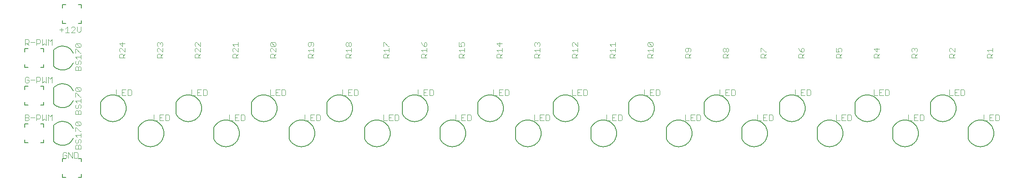
<source format=gto>
G75*
G70*
%OFA0B0*%
%FSLAX24Y24*%
%IPPOS*%
%LPD*%
%AMOC8*
5,1,8,0,0,1.08239X$1,22.5*
%
%ADD10C,0.0040*%
%ADD11C,0.0050*%
%ADD12C,0.0060*%
D10*
X006780Y002222D02*
X006856Y002146D01*
X007010Y002146D01*
X007086Y002222D01*
X007086Y002376D01*
X006933Y002376D01*
X007086Y002529D02*
X007010Y002606D01*
X006856Y002606D01*
X006780Y002529D01*
X006780Y002222D01*
X007240Y002146D02*
X007240Y002606D01*
X007547Y002146D01*
X007547Y002606D01*
X007700Y002606D02*
X007930Y002606D01*
X008007Y002529D01*
X008007Y002222D01*
X007930Y002146D01*
X007700Y002146D01*
X007700Y002606D01*
X007779Y002896D02*
X007779Y003126D01*
X007856Y003203D01*
X007933Y003203D01*
X008009Y003126D01*
X008009Y002896D01*
X007779Y002896D02*
X008240Y002896D01*
X008240Y003126D01*
X008163Y003203D01*
X008086Y003203D01*
X008009Y003126D01*
X007933Y003356D02*
X008009Y003433D01*
X008009Y003586D01*
X008086Y003663D01*
X008163Y003663D01*
X008240Y003586D01*
X008240Y003433D01*
X008163Y003356D01*
X007933Y003356D02*
X007856Y003356D01*
X007779Y003433D01*
X007779Y003586D01*
X007856Y003663D01*
X007933Y003816D02*
X007779Y003970D01*
X008240Y003970D01*
X008240Y004123D02*
X008240Y003816D01*
X008240Y004277D02*
X008163Y004277D01*
X007856Y004584D01*
X007779Y004584D01*
X007779Y004277D01*
X007856Y004737D02*
X007779Y004814D01*
X007779Y004967D01*
X007856Y005044D01*
X008163Y004737D01*
X008240Y004814D01*
X008240Y004967D01*
X008163Y005044D01*
X007856Y005044D01*
X007856Y004737D02*
X008163Y004737D01*
X005928Y005146D02*
X005928Y005606D01*
X005775Y005453D01*
X005621Y005606D01*
X005621Y005146D01*
X005468Y005146D02*
X005468Y005606D01*
X005161Y005606D02*
X005161Y005146D01*
X005314Y005299D01*
X005468Y005146D01*
X005007Y005376D02*
X004930Y005299D01*
X004700Y005299D01*
X004700Y005146D02*
X004700Y005606D01*
X004930Y005606D01*
X005007Y005529D01*
X005007Y005376D01*
X004547Y005376D02*
X004240Y005376D01*
X004086Y005453D02*
X004086Y005529D01*
X004010Y005606D01*
X003780Y005606D01*
X003780Y005146D01*
X004010Y005146D01*
X004086Y005222D01*
X004086Y005299D01*
X004010Y005376D01*
X003780Y005376D01*
X004010Y005376D02*
X004086Y005453D01*
X007779Y005646D02*
X007779Y005876D01*
X007856Y005953D01*
X007933Y005953D01*
X008009Y005876D01*
X008009Y005646D01*
X008009Y005876D02*
X008086Y005953D01*
X008163Y005953D01*
X008240Y005876D01*
X008240Y005646D01*
X007779Y005646D01*
X007856Y006106D02*
X007933Y006106D01*
X008009Y006183D01*
X008009Y006336D01*
X008086Y006413D01*
X008163Y006413D01*
X008240Y006336D01*
X008240Y006183D01*
X008163Y006106D01*
X007856Y006106D02*
X007779Y006183D01*
X007779Y006336D01*
X007856Y006413D01*
X007933Y006566D02*
X007779Y006720D01*
X008240Y006720D01*
X008240Y006873D02*
X008240Y006566D01*
X008240Y007027D02*
X008163Y007027D01*
X007856Y007334D01*
X007779Y007334D01*
X007779Y007027D01*
X007856Y007487D02*
X007779Y007564D01*
X007779Y007717D01*
X007856Y007794D01*
X008163Y007487D01*
X008240Y007564D01*
X008240Y007717D01*
X008163Y007794D01*
X007856Y007794D01*
X007856Y007487D02*
X008163Y007487D01*
X005928Y008146D02*
X005928Y008606D01*
X005775Y008453D01*
X005621Y008606D01*
X005621Y008146D01*
X005468Y008146D02*
X005468Y008606D01*
X005161Y008606D02*
X005161Y008146D01*
X005314Y008299D01*
X005468Y008146D01*
X005007Y008376D02*
X004930Y008299D01*
X004700Y008299D01*
X004700Y008146D02*
X004700Y008606D01*
X004930Y008606D01*
X005007Y008529D01*
X005007Y008376D01*
X004547Y008376D02*
X004240Y008376D01*
X004086Y008376D02*
X004086Y008222D01*
X004010Y008146D01*
X003856Y008146D01*
X003780Y008222D01*
X003780Y008529D01*
X003856Y008606D01*
X004010Y008606D01*
X004086Y008529D01*
X004086Y008376D02*
X003933Y008376D01*
X007779Y009146D02*
X007779Y009376D01*
X007856Y009453D01*
X007933Y009453D01*
X008009Y009376D01*
X008009Y009146D01*
X008009Y009376D02*
X008086Y009453D01*
X008163Y009453D01*
X008240Y009376D01*
X008240Y009146D01*
X007779Y009146D01*
X007856Y009606D02*
X007933Y009606D01*
X008009Y009683D01*
X008009Y009836D01*
X008086Y009913D01*
X008163Y009913D01*
X008240Y009836D01*
X008240Y009683D01*
X008163Y009606D01*
X007856Y009606D02*
X007779Y009683D01*
X007779Y009836D01*
X007856Y009913D01*
X007933Y010066D02*
X007779Y010220D01*
X008240Y010220D01*
X008240Y010373D02*
X008240Y010066D01*
X008240Y010527D02*
X008163Y010527D01*
X007856Y010834D01*
X007779Y010834D01*
X007779Y010527D01*
X007856Y010987D02*
X007779Y011064D01*
X007779Y011217D01*
X007856Y011294D01*
X008163Y010987D01*
X008240Y011064D01*
X008240Y011217D01*
X008163Y011294D01*
X007856Y011294D01*
X007856Y010987D02*
X008163Y010987D01*
X005928Y011146D02*
X005928Y011606D01*
X005775Y011453D01*
X005621Y011606D01*
X005621Y011146D01*
X005621Y011606D01*
X005775Y011453D01*
X005928Y011606D01*
X005928Y011146D01*
X005468Y011146D02*
X005314Y011299D01*
X005161Y011146D01*
X005161Y011606D01*
X005161Y011146D01*
X005314Y011299D01*
X005468Y011146D01*
X005468Y011606D01*
X005468Y011146D01*
X005007Y011376D02*
X004930Y011299D01*
X004700Y011299D01*
X004930Y011299D01*
X005007Y011376D01*
X005007Y011529D01*
X004930Y011606D01*
X004700Y011606D01*
X004700Y011146D01*
X004700Y011606D01*
X004930Y011606D01*
X005007Y011529D01*
X005007Y011376D01*
X004547Y011376D02*
X004240Y011376D01*
X004547Y011376D01*
X004086Y011376D02*
X004086Y011529D01*
X004010Y011606D01*
X003780Y011606D01*
X003780Y011146D01*
X003780Y011606D01*
X004010Y011606D01*
X004086Y011529D01*
X004086Y011376D01*
X004010Y011299D01*
X003780Y011299D01*
X004010Y011299D01*
X004086Y011376D01*
X003933Y011299D02*
X004086Y011146D01*
X003933Y011299D01*
X006683Y012222D02*
X006683Y012529D01*
X006530Y012376D02*
X006836Y012376D01*
X006990Y012453D02*
X007143Y012606D01*
X007143Y012146D01*
X006990Y012146D02*
X007297Y012146D01*
X007450Y012146D02*
X007757Y012453D01*
X007757Y012529D01*
X007680Y012606D01*
X007527Y012606D01*
X007450Y012529D01*
X007911Y012606D02*
X007911Y012299D01*
X008064Y012146D01*
X008218Y012299D01*
X008218Y012606D01*
X007757Y012146D02*
X007450Y012146D01*
X011279Y011297D02*
X011509Y011066D01*
X011509Y011373D01*
X011279Y011297D02*
X011740Y011297D01*
X011740Y010913D02*
X011740Y010606D01*
X011433Y010913D01*
X011356Y010913D01*
X011279Y010836D01*
X011279Y010683D01*
X011356Y010606D01*
X011356Y010453D02*
X011509Y010453D01*
X011586Y010376D01*
X011586Y010146D01*
X011586Y010299D02*
X011740Y010453D01*
X011740Y010146D02*
X011279Y010146D01*
X011279Y010376D01*
X011356Y010453D01*
X014279Y010376D02*
X014279Y010146D01*
X014740Y010146D01*
X014586Y010146D02*
X014586Y010376D01*
X014509Y010453D01*
X014356Y010453D01*
X014279Y010376D01*
X014356Y010606D02*
X014279Y010683D01*
X014279Y010836D01*
X014356Y010913D01*
X014433Y010913D01*
X014740Y010606D01*
X014740Y010913D01*
X014663Y011066D02*
X014740Y011143D01*
X014740Y011297D01*
X014663Y011373D01*
X014586Y011373D01*
X014509Y011297D01*
X014509Y011220D01*
X014509Y011297D02*
X014433Y011373D01*
X014356Y011373D01*
X014279Y011297D01*
X014279Y011143D01*
X014356Y011066D01*
X017279Y011143D02*
X017356Y011066D01*
X017279Y011143D02*
X017279Y011297D01*
X017356Y011373D01*
X017433Y011373D01*
X017740Y011066D01*
X017740Y011373D01*
X017740Y010913D02*
X017740Y010606D01*
X017433Y010913D01*
X017356Y010913D01*
X017279Y010836D01*
X017279Y010683D01*
X017356Y010606D01*
X017356Y010453D02*
X017509Y010453D01*
X017586Y010376D01*
X017586Y010146D01*
X017586Y010299D02*
X017740Y010453D01*
X017740Y010146D02*
X017279Y010146D01*
X017279Y010376D01*
X017356Y010453D01*
X014740Y010453D02*
X014586Y010299D01*
X020279Y010376D02*
X020279Y010146D01*
X020740Y010146D01*
X020586Y010146D02*
X020586Y010376D01*
X020509Y010453D01*
X020356Y010453D01*
X020279Y010376D01*
X020356Y010606D02*
X020279Y010683D01*
X020279Y010836D01*
X020356Y010913D01*
X020433Y010913D01*
X020740Y010606D01*
X020740Y010913D01*
X020740Y011066D02*
X020740Y011373D01*
X020740Y011220D02*
X020279Y011220D01*
X020433Y011066D01*
X023279Y011143D02*
X023279Y011297D01*
X023356Y011373D01*
X023663Y011066D01*
X023740Y011143D01*
X023740Y011297D01*
X023663Y011373D01*
X023356Y011373D01*
X023279Y011143D02*
X023356Y011066D01*
X023663Y011066D01*
X023740Y010913D02*
X023740Y010606D01*
X023433Y010913D01*
X023356Y010913D01*
X023279Y010836D01*
X023279Y010683D01*
X023356Y010606D01*
X023356Y010453D02*
X023509Y010453D01*
X023586Y010376D01*
X023586Y010146D01*
X023586Y010299D02*
X023740Y010453D01*
X023740Y010146D02*
X023279Y010146D01*
X023279Y010376D01*
X023356Y010453D01*
X020740Y010453D02*
X020586Y010299D01*
X026279Y010376D02*
X026279Y010146D01*
X026740Y010146D01*
X026586Y010146D02*
X026586Y010376D01*
X026509Y010453D01*
X026356Y010453D01*
X026279Y010376D01*
X026433Y010606D02*
X026279Y010759D01*
X026740Y010759D01*
X026740Y010606D02*
X026740Y010913D01*
X026663Y011066D02*
X026740Y011143D01*
X026740Y011297D01*
X026663Y011373D01*
X026356Y011373D01*
X026279Y011297D01*
X026279Y011143D01*
X026356Y011066D01*
X026433Y011066D01*
X026509Y011143D01*
X026509Y011373D01*
X029279Y011297D02*
X029279Y011143D01*
X029356Y011066D01*
X029433Y011066D01*
X029509Y011143D01*
X029509Y011297D01*
X029586Y011373D01*
X029663Y011373D01*
X029740Y011297D01*
X029740Y011143D01*
X029663Y011066D01*
X029586Y011066D01*
X029509Y011143D01*
X029509Y011297D02*
X029433Y011373D01*
X029356Y011373D01*
X029279Y011297D01*
X029740Y010913D02*
X029740Y010606D01*
X029740Y010759D02*
X029279Y010759D01*
X029433Y010606D01*
X029509Y010453D02*
X029586Y010376D01*
X029586Y010146D01*
X029586Y010299D02*
X029740Y010453D01*
X029509Y010453D02*
X029356Y010453D01*
X029279Y010376D01*
X029279Y010146D01*
X029740Y010146D01*
X032279Y010146D02*
X032279Y010376D01*
X032356Y010453D01*
X032509Y010453D01*
X032586Y010376D01*
X032586Y010146D01*
X032586Y010299D02*
X032740Y010453D01*
X032740Y010606D02*
X032740Y010913D01*
X032740Y011066D02*
X032663Y011066D01*
X032356Y011373D01*
X032279Y011373D01*
X032279Y011066D01*
X032279Y010759D02*
X032740Y010759D01*
X032433Y010606D02*
X032279Y010759D01*
X032279Y010146D02*
X032740Y010146D01*
X035279Y010146D02*
X035279Y010376D01*
X035356Y010453D01*
X035509Y010453D01*
X035586Y010376D01*
X035586Y010146D01*
X035586Y010299D02*
X035740Y010453D01*
X035740Y010606D02*
X035740Y010913D01*
X035740Y010759D02*
X035279Y010759D01*
X035433Y010606D01*
X035279Y010146D02*
X035740Y010146D01*
X038279Y010146D02*
X038279Y010376D01*
X038356Y010453D01*
X038509Y010453D01*
X038586Y010376D01*
X038586Y010146D01*
X038586Y010299D02*
X038740Y010453D01*
X038740Y010606D02*
X038740Y010913D01*
X038740Y010759D02*
X038279Y010759D01*
X038433Y010606D01*
X038279Y010146D02*
X038740Y010146D01*
X041279Y010146D02*
X041279Y010376D01*
X041356Y010453D01*
X041509Y010453D01*
X041586Y010376D01*
X041586Y010146D01*
X041586Y010299D02*
X041740Y010453D01*
X041740Y010606D02*
X041740Y010913D01*
X041740Y010759D02*
X041279Y010759D01*
X041433Y010606D01*
X041279Y010146D02*
X041740Y010146D01*
X044279Y010146D02*
X044279Y010376D01*
X044356Y010453D01*
X044509Y010453D01*
X044586Y010376D01*
X044586Y010146D01*
X044586Y010299D02*
X044740Y010453D01*
X044740Y010606D02*
X044740Y010913D01*
X044740Y010759D02*
X044279Y010759D01*
X044433Y010606D01*
X044279Y010146D02*
X044740Y010146D01*
X047279Y010146D02*
X047279Y010376D01*
X047356Y010453D01*
X047509Y010453D01*
X047586Y010376D01*
X047586Y010146D01*
X047586Y010299D02*
X047740Y010453D01*
X047740Y010606D02*
X047740Y010913D01*
X047740Y011066D02*
X047433Y011373D01*
X047356Y011373D01*
X047279Y011297D01*
X047279Y011143D01*
X047356Y011066D01*
X047740Y011066D02*
X047740Y011373D01*
X047740Y010759D02*
X047279Y010759D01*
X047433Y010606D01*
X047279Y010146D02*
X047740Y010146D01*
X050279Y010146D02*
X050279Y010376D01*
X050356Y010453D01*
X050509Y010453D01*
X050586Y010376D01*
X050586Y010146D01*
X050586Y010299D02*
X050740Y010453D01*
X050740Y010606D02*
X050740Y010913D01*
X050740Y011066D02*
X050740Y011373D01*
X050740Y011220D02*
X050279Y011220D01*
X050433Y011066D01*
X050279Y010759D02*
X050740Y010759D01*
X050433Y010606D02*
X050279Y010759D01*
X050279Y010146D02*
X050740Y010146D01*
X053279Y010146D02*
X053279Y010376D01*
X053356Y010453D01*
X053509Y010453D01*
X053586Y010376D01*
X053586Y010146D01*
X053586Y010299D02*
X053740Y010453D01*
X053740Y010606D02*
X053740Y010913D01*
X053740Y010759D02*
X053279Y010759D01*
X053433Y010606D01*
X053279Y010146D02*
X053740Y010146D01*
X056279Y010146D02*
X056279Y010376D01*
X056356Y010453D01*
X056509Y010453D01*
X056586Y010376D01*
X056586Y010146D01*
X056586Y010299D02*
X056740Y010453D01*
X056663Y010606D02*
X056740Y010683D01*
X056740Y010836D01*
X056663Y010913D01*
X056356Y010913D01*
X056279Y010836D01*
X056279Y010683D01*
X056356Y010606D01*
X056433Y010606D01*
X056509Y010683D01*
X056509Y010913D01*
X059279Y010836D02*
X059356Y010913D01*
X059433Y010913D01*
X059509Y010836D01*
X059509Y010683D01*
X059433Y010606D01*
X059356Y010606D01*
X059279Y010683D01*
X059279Y010836D01*
X059509Y010836D02*
X059586Y010913D01*
X059663Y010913D01*
X059740Y010836D01*
X059740Y010683D01*
X059663Y010606D01*
X059586Y010606D01*
X059509Y010683D01*
X059509Y010453D02*
X059356Y010453D01*
X059279Y010376D01*
X059279Y010146D01*
X059740Y010146D01*
X059586Y010146D02*
X059586Y010376D01*
X059509Y010453D01*
X059586Y010299D02*
X059740Y010453D01*
X062279Y010376D02*
X062279Y010146D01*
X062740Y010146D01*
X062586Y010146D02*
X062586Y010376D01*
X062509Y010453D01*
X062356Y010453D01*
X062279Y010376D01*
X062279Y010606D02*
X062279Y010913D01*
X062356Y010913D01*
X062663Y010606D01*
X062740Y010606D01*
X062740Y010453D02*
X062586Y010299D01*
X065279Y010376D02*
X065279Y010146D01*
X065740Y010146D01*
X065586Y010146D02*
X065586Y010376D01*
X065509Y010453D01*
X065356Y010453D01*
X065279Y010376D01*
X065586Y010299D02*
X065740Y010453D01*
X065663Y010606D02*
X065740Y010683D01*
X065740Y010836D01*
X065663Y010913D01*
X065586Y010913D01*
X065509Y010836D01*
X065509Y010606D01*
X065663Y010606D01*
X065509Y010606D02*
X065356Y010759D01*
X065279Y010913D01*
X068279Y010913D02*
X068279Y010606D01*
X068509Y010606D01*
X068433Y010759D01*
X068433Y010836D01*
X068509Y010913D01*
X068663Y010913D01*
X068740Y010836D01*
X068740Y010683D01*
X068663Y010606D01*
X068740Y010453D02*
X068586Y010299D01*
X068586Y010376D02*
X068586Y010146D01*
X068740Y010146D02*
X068279Y010146D01*
X068279Y010376D01*
X068356Y010453D01*
X068509Y010453D01*
X068586Y010376D01*
X071279Y010376D02*
X071279Y010146D01*
X071740Y010146D01*
X071586Y010146D02*
X071586Y010376D01*
X071509Y010453D01*
X071356Y010453D01*
X071279Y010376D01*
X071586Y010299D02*
X071740Y010453D01*
X071509Y010606D02*
X071509Y010913D01*
X071279Y010836D02*
X071509Y010606D01*
X071740Y010836D02*
X071279Y010836D01*
X074279Y010836D02*
X074356Y010913D01*
X074433Y010913D01*
X074509Y010836D01*
X074586Y010913D01*
X074663Y010913D01*
X074740Y010836D01*
X074740Y010683D01*
X074663Y010606D01*
X074740Y010453D02*
X074586Y010299D01*
X074586Y010376D02*
X074586Y010146D01*
X074740Y010146D02*
X074279Y010146D01*
X074279Y010376D01*
X074356Y010453D01*
X074509Y010453D01*
X074586Y010376D01*
X074356Y010606D02*
X074279Y010683D01*
X074279Y010836D01*
X074509Y010836D02*
X074509Y010759D01*
X077279Y010683D02*
X077356Y010606D01*
X077279Y010683D02*
X077279Y010836D01*
X077356Y010913D01*
X077433Y010913D01*
X077740Y010606D01*
X077740Y010913D01*
X077740Y010453D02*
X077586Y010299D01*
X077586Y010376D02*
X077586Y010146D01*
X077740Y010146D02*
X077279Y010146D01*
X077279Y010376D01*
X077356Y010453D01*
X077509Y010453D01*
X077586Y010376D01*
X080279Y010376D02*
X080279Y010146D01*
X080740Y010146D01*
X080586Y010146D02*
X080586Y010376D01*
X080509Y010453D01*
X080356Y010453D01*
X080279Y010376D01*
X080433Y010606D02*
X080279Y010759D01*
X080740Y010759D01*
X080740Y010606D02*
X080740Y010913D01*
X080740Y010453D02*
X080586Y010299D01*
X078430Y007606D02*
X078200Y007606D01*
X078200Y007146D01*
X078430Y007146D01*
X078507Y007222D01*
X078507Y007529D01*
X078430Y007606D01*
X078047Y007606D02*
X077740Y007606D01*
X077740Y007146D01*
X078047Y007146D01*
X077586Y007146D02*
X077280Y007146D01*
X077280Y007606D01*
X077740Y007376D02*
X077893Y007376D01*
X072507Y007222D02*
X072507Y007529D01*
X072430Y007606D01*
X072200Y007606D01*
X072200Y007146D01*
X072430Y007146D01*
X072507Y007222D01*
X072047Y007146D02*
X071740Y007146D01*
X071740Y007606D01*
X072047Y007606D01*
X071893Y007376D02*
X071740Y007376D01*
X071280Y007606D02*
X071280Y007146D01*
X071586Y007146D01*
X066257Y007222D02*
X066180Y007146D01*
X065950Y007146D01*
X065950Y007606D01*
X066180Y007606D01*
X066257Y007529D01*
X066257Y007222D01*
X065797Y007146D02*
X065490Y007146D01*
X065490Y007606D01*
X065797Y007606D01*
X065643Y007376D02*
X065490Y007376D01*
X065030Y007606D02*
X065030Y007146D01*
X065336Y007146D01*
X060257Y007222D02*
X060257Y007529D01*
X060180Y007606D01*
X059950Y007606D01*
X059950Y007146D01*
X060180Y007146D01*
X060257Y007222D01*
X059797Y007146D02*
X059490Y007146D01*
X059490Y007606D01*
X059797Y007606D01*
X059643Y007376D02*
X059490Y007376D01*
X059030Y007606D02*
X059030Y007146D01*
X059336Y007146D01*
X054257Y007222D02*
X054180Y007146D01*
X053950Y007146D01*
X053950Y007606D01*
X054180Y007606D01*
X054257Y007529D01*
X054257Y007222D01*
X053797Y007146D02*
X053490Y007146D01*
X053490Y007606D01*
X053797Y007606D01*
X053643Y007376D02*
X053490Y007376D01*
X053030Y007606D02*
X053030Y007146D01*
X053336Y007146D01*
X048507Y007222D02*
X048430Y007146D01*
X048200Y007146D01*
X048200Y007606D01*
X048430Y007606D01*
X048507Y007529D01*
X048507Y007222D01*
X048047Y007146D02*
X047740Y007146D01*
X047740Y007606D01*
X048047Y007606D01*
X047893Y007376D02*
X047740Y007376D01*
X047280Y007606D02*
X047280Y007146D01*
X047586Y007146D01*
X042257Y007222D02*
X042180Y007146D01*
X041950Y007146D01*
X041950Y007606D01*
X042180Y007606D01*
X042257Y007529D01*
X042257Y007222D01*
X041797Y007146D02*
X041490Y007146D01*
X041490Y007606D01*
X041797Y007606D01*
X041643Y007376D02*
X041490Y007376D01*
X041030Y007606D02*
X041030Y007146D01*
X041336Y007146D01*
X036257Y007222D02*
X036180Y007146D01*
X035950Y007146D01*
X035950Y007606D01*
X036180Y007606D01*
X036257Y007529D01*
X036257Y007222D01*
X035797Y007146D02*
X035490Y007146D01*
X035490Y007606D01*
X035797Y007606D01*
X035643Y007376D02*
X035490Y007376D01*
X035030Y007606D02*
X035030Y007146D01*
X035336Y007146D01*
X030257Y007222D02*
X030180Y007146D01*
X029950Y007146D01*
X029950Y007606D01*
X030180Y007606D01*
X030257Y007529D01*
X030257Y007222D01*
X029797Y007146D02*
X029490Y007146D01*
X029490Y007606D01*
X029797Y007606D01*
X029643Y007376D02*
X029490Y007376D01*
X029030Y007606D02*
X029030Y007146D01*
X029336Y007146D01*
X024507Y007222D02*
X024430Y007146D01*
X024200Y007146D01*
X024200Y007606D01*
X024430Y007606D01*
X024507Y007529D01*
X024507Y007222D01*
X024047Y007146D02*
X023740Y007146D01*
X023740Y007606D01*
X024047Y007606D01*
X023893Y007376D02*
X023740Y007376D01*
X023280Y007606D02*
X023280Y007146D01*
X023586Y007146D01*
X018257Y007222D02*
X018180Y007146D01*
X017950Y007146D01*
X017950Y007606D01*
X018180Y007606D01*
X018257Y007529D01*
X018257Y007222D01*
X017797Y007146D02*
X017490Y007146D01*
X017490Y007606D01*
X017797Y007606D01*
X017643Y007376D02*
X017490Y007376D01*
X017030Y007606D02*
X017030Y007146D01*
X017336Y007146D01*
X012257Y007222D02*
X012180Y007146D01*
X011950Y007146D01*
X011950Y007606D01*
X012180Y007606D01*
X012257Y007529D01*
X012257Y007222D01*
X011797Y007146D02*
X011490Y007146D01*
X011490Y007606D01*
X011797Y007606D01*
X011643Y007376D02*
X011490Y007376D01*
X011030Y007606D02*
X011030Y007146D01*
X011336Y007146D01*
X014030Y005606D02*
X014030Y005146D01*
X014336Y005146D01*
X014490Y005146D02*
X014797Y005146D01*
X014950Y005146D02*
X015180Y005146D01*
X015257Y005222D01*
X015257Y005529D01*
X015180Y005606D01*
X014950Y005606D01*
X014950Y005146D01*
X014490Y005146D02*
X014490Y005606D01*
X014797Y005606D01*
X014643Y005376D02*
X014490Y005376D01*
X020030Y005606D02*
X020030Y005146D01*
X020336Y005146D01*
X020490Y005146D02*
X020797Y005146D01*
X020950Y005146D02*
X021180Y005146D01*
X021257Y005222D01*
X021257Y005529D01*
X021180Y005606D01*
X020950Y005606D01*
X020950Y005146D01*
X020490Y005146D02*
X020490Y005606D01*
X020797Y005606D01*
X020643Y005376D02*
X020490Y005376D01*
X026030Y005606D02*
X026030Y005146D01*
X026336Y005146D01*
X026490Y005146D02*
X026797Y005146D01*
X026950Y005146D02*
X027180Y005146D01*
X027257Y005222D01*
X027257Y005529D01*
X027180Y005606D01*
X026950Y005606D01*
X026950Y005146D01*
X026490Y005146D02*
X026490Y005606D01*
X026797Y005606D01*
X026643Y005376D02*
X026490Y005376D01*
X032280Y005606D02*
X032280Y005146D01*
X032586Y005146D01*
X032740Y005146D02*
X033047Y005146D01*
X033200Y005146D02*
X033430Y005146D01*
X033507Y005222D01*
X033507Y005529D01*
X033430Y005606D01*
X033200Y005606D01*
X033200Y005146D01*
X032740Y005146D02*
X032740Y005606D01*
X033047Y005606D01*
X032893Y005376D02*
X032740Y005376D01*
X038030Y005606D02*
X038030Y005146D01*
X038336Y005146D01*
X038490Y005146D02*
X038797Y005146D01*
X038950Y005146D02*
X039180Y005146D01*
X039257Y005222D01*
X039257Y005529D01*
X039180Y005606D01*
X038950Y005606D01*
X038950Y005146D01*
X038490Y005146D02*
X038490Y005606D01*
X038797Y005606D01*
X038643Y005376D02*
X038490Y005376D01*
X044280Y005606D02*
X044280Y005146D01*
X044586Y005146D01*
X044740Y005146D02*
X045047Y005146D01*
X045200Y005146D02*
X045430Y005146D01*
X045507Y005222D01*
X045507Y005529D01*
X045430Y005606D01*
X045200Y005606D01*
X045200Y005146D01*
X044740Y005146D02*
X044740Y005606D01*
X045047Y005606D01*
X044893Y005376D02*
X044740Y005376D01*
X050030Y005606D02*
X050030Y005146D01*
X050336Y005146D01*
X050490Y005146D02*
X050797Y005146D01*
X050950Y005146D02*
X051180Y005146D01*
X051257Y005222D01*
X051257Y005529D01*
X051180Y005606D01*
X050950Y005606D01*
X050950Y005146D01*
X050490Y005146D02*
X050490Y005606D01*
X050797Y005606D01*
X050643Y005376D02*
X050490Y005376D01*
X056280Y005606D02*
X056280Y005146D01*
X056586Y005146D01*
X056740Y005146D02*
X057047Y005146D01*
X057200Y005146D02*
X057430Y005146D01*
X057507Y005222D01*
X057507Y005529D01*
X057430Y005606D01*
X057200Y005606D01*
X057200Y005146D01*
X056740Y005146D02*
X056740Y005606D01*
X057047Y005606D01*
X056893Y005376D02*
X056740Y005376D01*
X062030Y005606D02*
X062030Y005146D01*
X062336Y005146D01*
X062490Y005146D02*
X062797Y005146D01*
X062950Y005146D02*
X063180Y005146D01*
X063257Y005222D01*
X063257Y005529D01*
X063180Y005606D01*
X062950Y005606D01*
X062950Y005146D01*
X062490Y005146D02*
X062490Y005606D01*
X062797Y005606D01*
X062643Y005376D02*
X062490Y005376D01*
X068280Y005606D02*
X068280Y005146D01*
X068586Y005146D01*
X068740Y005146D02*
X069047Y005146D01*
X069200Y005146D02*
X069430Y005146D01*
X069507Y005222D01*
X069507Y005529D01*
X069430Y005606D01*
X069200Y005606D01*
X069200Y005146D01*
X068740Y005146D02*
X068740Y005606D01*
X069047Y005606D01*
X068893Y005376D02*
X068740Y005376D01*
X074030Y005606D02*
X074030Y005146D01*
X074336Y005146D01*
X074490Y005146D02*
X074797Y005146D01*
X074950Y005146D02*
X075180Y005146D01*
X075257Y005222D01*
X075257Y005529D01*
X075180Y005606D01*
X074950Y005606D01*
X074950Y005146D01*
X074490Y005146D02*
X074490Y005606D01*
X074797Y005606D01*
X074643Y005376D02*
X074490Y005376D01*
X080030Y005606D02*
X080030Y005146D01*
X080336Y005146D01*
X080490Y005146D02*
X080797Y005146D01*
X080950Y005146D02*
X081180Y005146D01*
X081257Y005222D01*
X081257Y005529D01*
X081180Y005606D01*
X080950Y005606D01*
X080950Y005146D01*
X080490Y005146D02*
X080490Y005606D01*
X080797Y005606D01*
X080643Y005376D02*
X080490Y005376D01*
X056740Y010146D02*
X056279Y010146D01*
X053740Y011143D02*
X053663Y011066D01*
X053356Y011373D01*
X053663Y011373D01*
X053740Y011297D01*
X053740Y011143D01*
X053663Y011066D02*
X053356Y011066D01*
X053279Y011143D01*
X053279Y011297D01*
X053356Y011373D01*
X044740Y011297D02*
X044740Y011143D01*
X044663Y011066D01*
X044509Y011220D02*
X044509Y011297D01*
X044586Y011373D01*
X044663Y011373D01*
X044740Y011297D01*
X044509Y011297D02*
X044433Y011373D01*
X044356Y011373D01*
X044279Y011297D01*
X044279Y011143D01*
X044356Y011066D01*
X041740Y011297D02*
X041279Y011297D01*
X041509Y011066D01*
X041509Y011373D01*
X038740Y011297D02*
X038740Y011143D01*
X038663Y011066D01*
X038509Y011066D02*
X038433Y011220D01*
X038433Y011297D01*
X038509Y011373D01*
X038663Y011373D01*
X038740Y011297D01*
X038509Y011066D02*
X038279Y011066D01*
X038279Y011373D01*
X035740Y011297D02*
X035740Y011143D01*
X035663Y011066D01*
X035509Y011066D01*
X035509Y011297D01*
X035586Y011373D01*
X035663Y011373D01*
X035740Y011297D01*
X035509Y011066D02*
X035356Y011220D01*
X035279Y011373D01*
X026740Y010453D02*
X026586Y010299D01*
D11*
X027775Y006519D02*
X027775Y005732D01*
X027776Y005732D02*
X027802Y005673D01*
X027831Y005616D01*
X027863Y005561D01*
X027899Y005507D01*
X027938Y005456D01*
X027981Y005408D01*
X028026Y005362D01*
X028073Y005319D01*
X028123Y005278D01*
X028176Y005241D01*
X028231Y005208D01*
X028287Y005177D01*
X028346Y005150D01*
X028406Y005127D01*
X028467Y005107D01*
X028529Y005091D01*
X028593Y005079D01*
X028656Y005071D01*
X028720Y005067D01*
X028785Y005066D01*
X028849Y005070D01*
X028913Y005077D01*
X028976Y005088D01*
X029039Y005103D01*
X029100Y005122D01*
X029161Y005145D01*
X029219Y005171D01*
X029276Y005200D01*
X029332Y005233D01*
X029385Y005270D01*
X029435Y005309D01*
X029484Y005352D01*
X029529Y005397D01*
X029572Y005445D01*
X029612Y005495D01*
X029649Y005548D01*
X029682Y005603D01*
X029712Y005660D01*
X029739Y005719D01*
X029762Y005779D01*
X029781Y005840D01*
X029796Y005903D01*
X029808Y005966D01*
X029816Y006030D01*
X029820Y006094D01*
X029820Y006158D01*
X029816Y006222D01*
X029808Y006286D01*
X029796Y006349D01*
X029781Y006412D01*
X029762Y006473D01*
X029739Y006533D01*
X029712Y006592D01*
X029682Y006649D01*
X029649Y006704D01*
X029612Y006757D01*
X029572Y006807D01*
X029529Y006855D01*
X029484Y006900D01*
X029435Y006943D01*
X029385Y006982D01*
X029332Y007019D01*
X029276Y007052D01*
X029219Y007081D01*
X029161Y007107D01*
X029100Y007130D01*
X029039Y007149D01*
X028976Y007164D01*
X028913Y007175D01*
X028849Y007182D01*
X028785Y007186D01*
X028720Y007185D01*
X028656Y007181D01*
X028593Y007173D01*
X028529Y007161D01*
X028467Y007145D01*
X028406Y007125D01*
X028346Y007102D01*
X028287Y007075D01*
X028231Y007044D01*
X028176Y007011D01*
X028123Y006974D01*
X028073Y006933D01*
X028026Y006890D01*
X027981Y006844D01*
X027938Y006796D01*
X027899Y006745D01*
X027863Y006691D01*
X027831Y006636D01*
X027802Y006579D01*
X027776Y006520D01*
X021776Y006520D02*
X021802Y006579D01*
X021831Y006636D01*
X021863Y006691D01*
X021899Y006745D01*
X021938Y006796D01*
X021981Y006844D01*
X022026Y006890D01*
X022073Y006933D01*
X022123Y006974D01*
X022176Y007011D01*
X022231Y007044D01*
X022287Y007075D01*
X022346Y007102D01*
X022406Y007125D01*
X022467Y007145D01*
X022529Y007161D01*
X022593Y007173D01*
X022656Y007181D01*
X022720Y007185D01*
X022785Y007186D01*
X022849Y007182D01*
X022913Y007175D01*
X022976Y007164D01*
X023039Y007149D01*
X023100Y007130D01*
X023161Y007107D01*
X023219Y007081D01*
X023276Y007052D01*
X023332Y007019D01*
X023385Y006982D01*
X023435Y006943D01*
X023484Y006900D01*
X023529Y006855D01*
X023572Y006807D01*
X023612Y006757D01*
X023649Y006704D01*
X023682Y006649D01*
X023712Y006592D01*
X023739Y006533D01*
X023762Y006473D01*
X023781Y006412D01*
X023796Y006349D01*
X023808Y006286D01*
X023816Y006222D01*
X023820Y006158D01*
X023820Y006094D01*
X023816Y006030D01*
X023808Y005966D01*
X023796Y005903D01*
X023781Y005840D01*
X023762Y005779D01*
X023739Y005719D01*
X023712Y005660D01*
X023682Y005603D01*
X023649Y005548D01*
X023612Y005495D01*
X023572Y005445D01*
X023529Y005397D01*
X023484Y005352D01*
X023435Y005309D01*
X023385Y005270D01*
X023332Y005233D01*
X023276Y005200D01*
X023219Y005171D01*
X023161Y005145D01*
X023100Y005122D01*
X023039Y005103D01*
X022976Y005088D01*
X022913Y005077D01*
X022849Y005070D01*
X022785Y005066D01*
X022720Y005067D01*
X022656Y005071D01*
X022593Y005079D01*
X022529Y005091D01*
X022467Y005107D01*
X022406Y005127D01*
X022346Y005150D01*
X022287Y005177D01*
X022231Y005208D01*
X022176Y005241D01*
X022123Y005278D01*
X022073Y005319D01*
X022026Y005362D01*
X021981Y005408D01*
X021938Y005456D01*
X021899Y005507D01*
X021863Y005561D01*
X021831Y005616D01*
X021802Y005673D01*
X021776Y005732D01*
X021775Y005732D02*
X021775Y006519D01*
X015776Y006520D02*
X015802Y006579D01*
X015831Y006636D01*
X015863Y006691D01*
X015899Y006745D01*
X015938Y006796D01*
X015981Y006844D01*
X016026Y006890D01*
X016073Y006933D01*
X016123Y006974D01*
X016176Y007011D01*
X016231Y007044D01*
X016287Y007075D01*
X016346Y007102D01*
X016406Y007125D01*
X016467Y007145D01*
X016529Y007161D01*
X016593Y007173D01*
X016656Y007181D01*
X016720Y007185D01*
X016785Y007186D01*
X016849Y007182D01*
X016913Y007175D01*
X016976Y007164D01*
X017039Y007149D01*
X017100Y007130D01*
X017161Y007107D01*
X017219Y007081D01*
X017276Y007052D01*
X017332Y007019D01*
X017385Y006982D01*
X017435Y006943D01*
X017484Y006900D01*
X017529Y006855D01*
X017572Y006807D01*
X017612Y006757D01*
X017649Y006704D01*
X017682Y006649D01*
X017712Y006592D01*
X017739Y006533D01*
X017762Y006473D01*
X017781Y006412D01*
X017796Y006349D01*
X017808Y006286D01*
X017816Y006222D01*
X017820Y006158D01*
X017820Y006094D01*
X017816Y006030D01*
X017808Y005966D01*
X017796Y005903D01*
X017781Y005840D01*
X017762Y005779D01*
X017739Y005719D01*
X017712Y005660D01*
X017682Y005603D01*
X017649Y005548D01*
X017612Y005495D01*
X017572Y005445D01*
X017529Y005397D01*
X017484Y005352D01*
X017435Y005309D01*
X017385Y005270D01*
X017332Y005233D01*
X017276Y005200D01*
X017219Y005171D01*
X017161Y005145D01*
X017100Y005122D01*
X017039Y005103D01*
X016976Y005088D01*
X016913Y005077D01*
X016849Y005070D01*
X016785Y005066D01*
X016720Y005067D01*
X016656Y005071D01*
X016593Y005079D01*
X016529Y005091D01*
X016467Y005107D01*
X016406Y005127D01*
X016346Y005150D01*
X016287Y005177D01*
X016231Y005208D01*
X016176Y005241D01*
X016123Y005278D01*
X016073Y005319D01*
X016026Y005362D01*
X015981Y005408D01*
X015938Y005456D01*
X015899Y005507D01*
X015863Y005561D01*
X015831Y005616D01*
X015802Y005673D01*
X015776Y005732D01*
X015775Y005732D02*
X015775Y006519D01*
X009776Y006520D02*
X009802Y006579D01*
X009831Y006636D01*
X009863Y006691D01*
X009899Y006745D01*
X009938Y006796D01*
X009981Y006844D01*
X010026Y006890D01*
X010073Y006933D01*
X010123Y006974D01*
X010176Y007011D01*
X010231Y007044D01*
X010287Y007075D01*
X010346Y007102D01*
X010406Y007125D01*
X010467Y007145D01*
X010529Y007161D01*
X010593Y007173D01*
X010656Y007181D01*
X010720Y007185D01*
X010785Y007186D01*
X010849Y007182D01*
X010913Y007175D01*
X010976Y007164D01*
X011039Y007149D01*
X011100Y007130D01*
X011161Y007107D01*
X011219Y007081D01*
X011276Y007052D01*
X011332Y007019D01*
X011385Y006982D01*
X011435Y006943D01*
X011484Y006900D01*
X011529Y006855D01*
X011572Y006807D01*
X011612Y006757D01*
X011649Y006704D01*
X011682Y006649D01*
X011712Y006592D01*
X011739Y006533D01*
X011762Y006473D01*
X011781Y006412D01*
X011796Y006349D01*
X011808Y006286D01*
X011816Y006222D01*
X011820Y006158D01*
X011820Y006094D01*
X011816Y006030D01*
X011808Y005966D01*
X011796Y005903D01*
X011781Y005840D01*
X011762Y005779D01*
X011739Y005719D01*
X011712Y005660D01*
X011682Y005603D01*
X011649Y005548D01*
X011612Y005495D01*
X011572Y005445D01*
X011529Y005397D01*
X011484Y005352D01*
X011435Y005309D01*
X011385Y005270D01*
X011332Y005233D01*
X011276Y005200D01*
X011219Y005171D01*
X011161Y005145D01*
X011100Y005122D01*
X011039Y005103D01*
X010976Y005088D01*
X010913Y005077D01*
X010849Y005070D01*
X010785Y005066D01*
X010720Y005067D01*
X010656Y005071D01*
X010593Y005079D01*
X010529Y005091D01*
X010467Y005107D01*
X010406Y005127D01*
X010346Y005150D01*
X010287Y005177D01*
X010231Y005208D01*
X010176Y005241D01*
X010123Y005278D01*
X010073Y005319D01*
X010026Y005362D01*
X009981Y005408D01*
X009938Y005456D01*
X009899Y005507D01*
X009863Y005561D01*
X009831Y005616D01*
X009802Y005673D01*
X009776Y005732D01*
X009775Y005732D02*
X009775Y006519D01*
X012775Y004519D02*
X012775Y003732D01*
X012776Y003732D02*
X012802Y003673D01*
X012831Y003616D01*
X012863Y003561D01*
X012899Y003507D01*
X012938Y003456D01*
X012981Y003408D01*
X013026Y003362D01*
X013073Y003319D01*
X013123Y003278D01*
X013176Y003241D01*
X013231Y003208D01*
X013287Y003177D01*
X013346Y003150D01*
X013406Y003127D01*
X013467Y003107D01*
X013529Y003091D01*
X013593Y003079D01*
X013656Y003071D01*
X013720Y003067D01*
X013785Y003066D01*
X013849Y003070D01*
X013913Y003077D01*
X013976Y003088D01*
X014039Y003103D01*
X014100Y003122D01*
X014161Y003145D01*
X014219Y003171D01*
X014276Y003200D01*
X014332Y003233D01*
X014385Y003270D01*
X014435Y003309D01*
X014484Y003352D01*
X014529Y003397D01*
X014572Y003445D01*
X014612Y003495D01*
X014649Y003548D01*
X014682Y003603D01*
X014712Y003660D01*
X014739Y003719D01*
X014762Y003779D01*
X014781Y003840D01*
X014796Y003903D01*
X014808Y003966D01*
X014816Y004030D01*
X014820Y004094D01*
X014820Y004158D01*
X014816Y004222D01*
X014808Y004286D01*
X014796Y004349D01*
X014781Y004412D01*
X014762Y004473D01*
X014739Y004533D01*
X014712Y004592D01*
X014682Y004649D01*
X014649Y004704D01*
X014612Y004757D01*
X014572Y004807D01*
X014529Y004855D01*
X014484Y004900D01*
X014435Y004943D01*
X014385Y004982D01*
X014332Y005019D01*
X014276Y005052D01*
X014219Y005081D01*
X014161Y005107D01*
X014100Y005130D01*
X014039Y005149D01*
X013976Y005164D01*
X013913Y005175D01*
X013849Y005182D01*
X013785Y005186D01*
X013720Y005185D01*
X013656Y005181D01*
X013593Y005173D01*
X013529Y005161D01*
X013467Y005145D01*
X013406Y005125D01*
X013346Y005102D01*
X013287Y005075D01*
X013231Y005044D01*
X013176Y005011D01*
X013123Y004974D01*
X013073Y004933D01*
X013026Y004890D01*
X012981Y004844D01*
X012938Y004796D01*
X012899Y004745D01*
X012863Y004691D01*
X012831Y004636D01*
X012802Y004579D01*
X012776Y004520D01*
X018775Y004519D02*
X018775Y003732D01*
X018776Y003732D02*
X018802Y003673D01*
X018831Y003616D01*
X018863Y003561D01*
X018899Y003507D01*
X018938Y003456D01*
X018981Y003408D01*
X019026Y003362D01*
X019073Y003319D01*
X019123Y003278D01*
X019176Y003241D01*
X019231Y003208D01*
X019287Y003177D01*
X019346Y003150D01*
X019406Y003127D01*
X019467Y003107D01*
X019529Y003091D01*
X019593Y003079D01*
X019656Y003071D01*
X019720Y003067D01*
X019785Y003066D01*
X019849Y003070D01*
X019913Y003077D01*
X019976Y003088D01*
X020039Y003103D01*
X020100Y003122D01*
X020161Y003145D01*
X020219Y003171D01*
X020276Y003200D01*
X020332Y003233D01*
X020385Y003270D01*
X020435Y003309D01*
X020484Y003352D01*
X020529Y003397D01*
X020572Y003445D01*
X020612Y003495D01*
X020649Y003548D01*
X020682Y003603D01*
X020712Y003660D01*
X020739Y003719D01*
X020762Y003779D01*
X020781Y003840D01*
X020796Y003903D01*
X020808Y003966D01*
X020816Y004030D01*
X020820Y004094D01*
X020820Y004158D01*
X020816Y004222D01*
X020808Y004286D01*
X020796Y004349D01*
X020781Y004412D01*
X020762Y004473D01*
X020739Y004533D01*
X020712Y004592D01*
X020682Y004649D01*
X020649Y004704D01*
X020612Y004757D01*
X020572Y004807D01*
X020529Y004855D01*
X020484Y004900D01*
X020435Y004943D01*
X020385Y004982D01*
X020332Y005019D01*
X020276Y005052D01*
X020219Y005081D01*
X020161Y005107D01*
X020100Y005130D01*
X020039Y005149D01*
X019976Y005164D01*
X019913Y005175D01*
X019849Y005182D01*
X019785Y005186D01*
X019720Y005185D01*
X019656Y005181D01*
X019593Y005173D01*
X019529Y005161D01*
X019467Y005145D01*
X019406Y005125D01*
X019346Y005102D01*
X019287Y005075D01*
X019231Y005044D01*
X019176Y005011D01*
X019123Y004974D01*
X019073Y004933D01*
X019026Y004890D01*
X018981Y004844D01*
X018938Y004796D01*
X018899Y004745D01*
X018863Y004691D01*
X018831Y004636D01*
X018802Y004579D01*
X018776Y004520D01*
X024775Y004519D02*
X024775Y003732D01*
X024776Y003732D02*
X024802Y003673D01*
X024831Y003616D01*
X024863Y003561D01*
X024899Y003507D01*
X024938Y003456D01*
X024981Y003408D01*
X025026Y003362D01*
X025073Y003319D01*
X025123Y003278D01*
X025176Y003241D01*
X025231Y003208D01*
X025287Y003177D01*
X025346Y003150D01*
X025406Y003127D01*
X025467Y003107D01*
X025529Y003091D01*
X025593Y003079D01*
X025656Y003071D01*
X025720Y003067D01*
X025785Y003066D01*
X025849Y003070D01*
X025913Y003077D01*
X025976Y003088D01*
X026039Y003103D01*
X026100Y003122D01*
X026161Y003145D01*
X026219Y003171D01*
X026276Y003200D01*
X026332Y003233D01*
X026385Y003270D01*
X026435Y003309D01*
X026484Y003352D01*
X026529Y003397D01*
X026572Y003445D01*
X026612Y003495D01*
X026649Y003548D01*
X026682Y003603D01*
X026712Y003660D01*
X026739Y003719D01*
X026762Y003779D01*
X026781Y003840D01*
X026796Y003903D01*
X026808Y003966D01*
X026816Y004030D01*
X026820Y004094D01*
X026820Y004158D01*
X026816Y004222D01*
X026808Y004286D01*
X026796Y004349D01*
X026781Y004412D01*
X026762Y004473D01*
X026739Y004533D01*
X026712Y004592D01*
X026682Y004649D01*
X026649Y004704D01*
X026612Y004757D01*
X026572Y004807D01*
X026529Y004855D01*
X026484Y004900D01*
X026435Y004943D01*
X026385Y004982D01*
X026332Y005019D01*
X026276Y005052D01*
X026219Y005081D01*
X026161Y005107D01*
X026100Y005130D01*
X026039Y005149D01*
X025976Y005164D01*
X025913Y005175D01*
X025849Y005182D01*
X025785Y005186D01*
X025720Y005185D01*
X025656Y005181D01*
X025593Y005173D01*
X025529Y005161D01*
X025467Y005145D01*
X025406Y005125D01*
X025346Y005102D01*
X025287Y005075D01*
X025231Y005044D01*
X025176Y005011D01*
X025123Y004974D01*
X025073Y004933D01*
X025026Y004890D01*
X024981Y004844D01*
X024938Y004796D01*
X024899Y004745D01*
X024863Y004691D01*
X024831Y004636D01*
X024802Y004579D01*
X024776Y004520D01*
X030775Y004519D02*
X030775Y003732D01*
X030776Y003732D02*
X030802Y003673D01*
X030831Y003616D01*
X030863Y003561D01*
X030899Y003507D01*
X030938Y003456D01*
X030981Y003408D01*
X031026Y003362D01*
X031073Y003319D01*
X031123Y003278D01*
X031176Y003241D01*
X031231Y003208D01*
X031287Y003177D01*
X031346Y003150D01*
X031406Y003127D01*
X031467Y003107D01*
X031529Y003091D01*
X031593Y003079D01*
X031656Y003071D01*
X031720Y003067D01*
X031785Y003066D01*
X031849Y003070D01*
X031913Y003077D01*
X031976Y003088D01*
X032039Y003103D01*
X032100Y003122D01*
X032161Y003145D01*
X032219Y003171D01*
X032276Y003200D01*
X032332Y003233D01*
X032385Y003270D01*
X032435Y003309D01*
X032484Y003352D01*
X032529Y003397D01*
X032572Y003445D01*
X032612Y003495D01*
X032649Y003548D01*
X032682Y003603D01*
X032712Y003660D01*
X032739Y003719D01*
X032762Y003779D01*
X032781Y003840D01*
X032796Y003903D01*
X032808Y003966D01*
X032816Y004030D01*
X032820Y004094D01*
X032820Y004158D01*
X032816Y004222D01*
X032808Y004286D01*
X032796Y004349D01*
X032781Y004412D01*
X032762Y004473D01*
X032739Y004533D01*
X032712Y004592D01*
X032682Y004649D01*
X032649Y004704D01*
X032612Y004757D01*
X032572Y004807D01*
X032529Y004855D01*
X032484Y004900D01*
X032435Y004943D01*
X032385Y004982D01*
X032332Y005019D01*
X032276Y005052D01*
X032219Y005081D01*
X032161Y005107D01*
X032100Y005130D01*
X032039Y005149D01*
X031976Y005164D01*
X031913Y005175D01*
X031849Y005182D01*
X031785Y005186D01*
X031720Y005185D01*
X031656Y005181D01*
X031593Y005173D01*
X031529Y005161D01*
X031467Y005145D01*
X031406Y005125D01*
X031346Y005102D01*
X031287Y005075D01*
X031231Y005044D01*
X031176Y005011D01*
X031123Y004974D01*
X031073Y004933D01*
X031026Y004890D01*
X030981Y004844D01*
X030938Y004796D01*
X030899Y004745D01*
X030863Y004691D01*
X030831Y004636D01*
X030802Y004579D01*
X030776Y004520D01*
X033775Y005732D02*
X033775Y006519D01*
X033776Y006520D02*
X033802Y006579D01*
X033831Y006636D01*
X033863Y006691D01*
X033899Y006745D01*
X033938Y006796D01*
X033981Y006844D01*
X034026Y006890D01*
X034073Y006933D01*
X034123Y006974D01*
X034176Y007011D01*
X034231Y007044D01*
X034287Y007075D01*
X034346Y007102D01*
X034406Y007125D01*
X034467Y007145D01*
X034529Y007161D01*
X034593Y007173D01*
X034656Y007181D01*
X034720Y007185D01*
X034785Y007186D01*
X034849Y007182D01*
X034913Y007175D01*
X034976Y007164D01*
X035039Y007149D01*
X035100Y007130D01*
X035161Y007107D01*
X035219Y007081D01*
X035276Y007052D01*
X035332Y007019D01*
X035385Y006982D01*
X035435Y006943D01*
X035484Y006900D01*
X035529Y006855D01*
X035572Y006807D01*
X035612Y006757D01*
X035649Y006704D01*
X035682Y006649D01*
X035712Y006592D01*
X035739Y006533D01*
X035762Y006473D01*
X035781Y006412D01*
X035796Y006349D01*
X035808Y006286D01*
X035816Y006222D01*
X035820Y006158D01*
X035820Y006094D01*
X035816Y006030D01*
X035808Y005966D01*
X035796Y005903D01*
X035781Y005840D01*
X035762Y005779D01*
X035739Y005719D01*
X035712Y005660D01*
X035682Y005603D01*
X035649Y005548D01*
X035612Y005495D01*
X035572Y005445D01*
X035529Y005397D01*
X035484Y005352D01*
X035435Y005309D01*
X035385Y005270D01*
X035332Y005233D01*
X035276Y005200D01*
X035219Y005171D01*
X035161Y005145D01*
X035100Y005122D01*
X035039Y005103D01*
X034976Y005088D01*
X034913Y005077D01*
X034849Y005070D01*
X034785Y005066D01*
X034720Y005067D01*
X034656Y005071D01*
X034593Y005079D01*
X034529Y005091D01*
X034467Y005107D01*
X034406Y005127D01*
X034346Y005150D01*
X034287Y005177D01*
X034231Y005208D01*
X034176Y005241D01*
X034123Y005278D01*
X034073Y005319D01*
X034026Y005362D01*
X033981Y005408D01*
X033938Y005456D01*
X033899Y005507D01*
X033863Y005561D01*
X033831Y005616D01*
X033802Y005673D01*
X033776Y005732D01*
X036775Y004519D02*
X036775Y003732D01*
X036776Y003732D02*
X036802Y003673D01*
X036831Y003616D01*
X036863Y003561D01*
X036899Y003507D01*
X036938Y003456D01*
X036981Y003408D01*
X037026Y003362D01*
X037073Y003319D01*
X037123Y003278D01*
X037176Y003241D01*
X037231Y003208D01*
X037287Y003177D01*
X037346Y003150D01*
X037406Y003127D01*
X037467Y003107D01*
X037529Y003091D01*
X037593Y003079D01*
X037656Y003071D01*
X037720Y003067D01*
X037785Y003066D01*
X037849Y003070D01*
X037913Y003077D01*
X037976Y003088D01*
X038039Y003103D01*
X038100Y003122D01*
X038161Y003145D01*
X038219Y003171D01*
X038276Y003200D01*
X038332Y003233D01*
X038385Y003270D01*
X038435Y003309D01*
X038484Y003352D01*
X038529Y003397D01*
X038572Y003445D01*
X038612Y003495D01*
X038649Y003548D01*
X038682Y003603D01*
X038712Y003660D01*
X038739Y003719D01*
X038762Y003779D01*
X038781Y003840D01*
X038796Y003903D01*
X038808Y003966D01*
X038816Y004030D01*
X038820Y004094D01*
X038820Y004158D01*
X038816Y004222D01*
X038808Y004286D01*
X038796Y004349D01*
X038781Y004412D01*
X038762Y004473D01*
X038739Y004533D01*
X038712Y004592D01*
X038682Y004649D01*
X038649Y004704D01*
X038612Y004757D01*
X038572Y004807D01*
X038529Y004855D01*
X038484Y004900D01*
X038435Y004943D01*
X038385Y004982D01*
X038332Y005019D01*
X038276Y005052D01*
X038219Y005081D01*
X038161Y005107D01*
X038100Y005130D01*
X038039Y005149D01*
X037976Y005164D01*
X037913Y005175D01*
X037849Y005182D01*
X037785Y005186D01*
X037720Y005185D01*
X037656Y005181D01*
X037593Y005173D01*
X037529Y005161D01*
X037467Y005145D01*
X037406Y005125D01*
X037346Y005102D01*
X037287Y005075D01*
X037231Y005044D01*
X037176Y005011D01*
X037123Y004974D01*
X037073Y004933D01*
X037026Y004890D01*
X036981Y004844D01*
X036938Y004796D01*
X036899Y004745D01*
X036863Y004691D01*
X036831Y004636D01*
X036802Y004579D01*
X036776Y004520D01*
X039775Y005732D02*
X039775Y006519D01*
X039776Y006520D02*
X039802Y006579D01*
X039831Y006636D01*
X039863Y006691D01*
X039899Y006745D01*
X039938Y006796D01*
X039981Y006844D01*
X040026Y006890D01*
X040073Y006933D01*
X040123Y006974D01*
X040176Y007011D01*
X040231Y007044D01*
X040287Y007075D01*
X040346Y007102D01*
X040406Y007125D01*
X040467Y007145D01*
X040529Y007161D01*
X040593Y007173D01*
X040656Y007181D01*
X040720Y007185D01*
X040785Y007186D01*
X040849Y007182D01*
X040913Y007175D01*
X040976Y007164D01*
X041039Y007149D01*
X041100Y007130D01*
X041161Y007107D01*
X041219Y007081D01*
X041276Y007052D01*
X041332Y007019D01*
X041385Y006982D01*
X041435Y006943D01*
X041484Y006900D01*
X041529Y006855D01*
X041572Y006807D01*
X041612Y006757D01*
X041649Y006704D01*
X041682Y006649D01*
X041712Y006592D01*
X041739Y006533D01*
X041762Y006473D01*
X041781Y006412D01*
X041796Y006349D01*
X041808Y006286D01*
X041816Y006222D01*
X041820Y006158D01*
X041820Y006094D01*
X041816Y006030D01*
X041808Y005966D01*
X041796Y005903D01*
X041781Y005840D01*
X041762Y005779D01*
X041739Y005719D01*
X041712Y005660D01*
X041682Y005603D01*
X041649Y005548D01*
X041612Y005495D01*
X041572Y005445D01*
X041529Y005397D01*
X041484Y005352D01*
X041435Y005309D01*
X041385Y005270D01*
X041332Y005233D01*
X041276Y005200D01*
X041219Y005171D01*
X041161Y005145D01*
X041100Y005122D01*
X041039Y005103D01*
X040976Y005088D01*
X040913Y005077D01*
X040849Y005070D01*
X040785Y005066D01*
X040720Y005067D01*
X040656Y005071D01*
X040593Y005079D01*
X040529Y005091D01*
X040467Y005107D01*
X040406Y005127D01*
X040346Y005150D01*
X040287Y005177D01*
X040231Y005208D01*
X040176Y005241D01*
X040123Y005278D01*
X040073Y005319D01*
X040026Y005362D01*
X039981Y005408D01*
X039938Y005456D01*
X039899Y005507D01*
X039863Y005561D01*
X039831Y005616D01*
X039802Y005673D01*
X039776Y005732D01*
X042775Y004519D02*
X042775Y003732D01*
X042776Y003732D02*
X042802Y003673D01*
X042831Y003616D01*
X042863Y003561D01*
X042899Y003507D01*
X042938Y003456D01*
X042981Y003408D01*
X043026Y003362D01*
X043073Y003319D01*
X043123Y003278D01*
X043176Y003241D01*
X043231Y003208D01*
X043287Y003177D01*
X043346Y003150D01*
X043406Y003127D01*
X043467Y003107D01*
X043529Y003091D01*
X043593Y003079D01*
X043656Y003071D01*
X043720Y003067D01*
X043785Y003066D01*
X043849Y003070D01*
X043913Y003077D01*
X043976Y003088D01*
X044039Y003103D01*
X044100Y003122D01*
X044161Y003145D01*
X044219Y003171D01*
X044276Y003200D01*
X044332Y003233D01*
X044385Y003270D01*
X044435Y003309D01*
X044484Y003352D01*
X044529Y003397D01*
X044572Y003445D01*
X044612Y003495D01*
X044649Y003548D01*
X044682Y003603D01*
X044712Y003660D01*
X044739Y003719D01*
X044762Y003779D01*
X044781Y003840D01*
X044796Y003903D01*
X044808Y003966D01*
X044816Y004030D01*
X044820Y004094D01*
X044820Y004158D01*
X044816Y004222D01*
X044808Y004286D01*
X044796Y004349D01*
X044781Y004412D01*
X044762Y004473D01*
X044739Y004533D01*
X044712Y004592D01*
X044682Y004649D01*
X044649Y004704D01*
X044612Y004757D01*
X044572Y004807D01*
X044529Y004855D01*
X044484Y004900D01*
X044435Y004943D01*
X044385Y004982D01*
X044332Y005019D01*
X044276Y005052D01*
X044219Y005081D01*
X044161Y005107D01*
X044100Y005130D01*
X044039Y005149D01*
X043976Y005164D01*
X043913Y005175D01*
X043849Y005182D01*
X043785Y005186D01*
X043720Y005185D01*
X043656Y005181D01*
X043593Y005173D01*
X043529Y005161D01*
X043467Y005145D01*
X043406Y005125D01*
X043346Y005102D01*
X043287Y005075D01*
X043231Y005044D01*
X043176Y005011D01*
X043123Y004974D01*
X043073Y004933D01*
X043026Y004890D01*
X042981Y004844D01*
X042938Y004796D01*
X042899Y004745D01*
X042863Y004691D01*
X042831Y004636D01*
X042802Y004579D01*
X042776Y004520D01*
X045775Y005732D02*
X045775Y006519D01*
X045776Y006520D02*
X045802Y006579D01*
X045831Y006636D01*
X045863Y006691D01*
X045899Y006745D01*
X045938Y006796D01*
X045981Y006844D01*
X046026Y006890D01*
X046073Y006933D01*
X046123Y006974D01*
X046176Y007011D01*
X046231Y007044D01*
X046287Y007075D01*
X046346Y007102D01*
X046406Y007125D01*
X046467Y007145D01*
X046529Y007161D01*
X046593Y007173D01*
X046656Y007181D01*
X046720Y007185D01*
X046785Y007186D01*
X046849Y007182D01*
X046913Y007175D01*
X046976Y007164D01*
X047039Y007149D01*
X047100Y007130D01*
X047161Y007107D01*
X047219Y007081D01*
X047276Y007052D01*
X047332Y007019D01*
X047385Y006982D01*
X047435Y006943D01*
X047484Y006900D01*
X047529Y006855D01*
X047572Y006807D01*
X047612Y006757D01*
X047649Y006704D01*
X047682Y006649D01*
X047712Y006592D01*
X047739Y006533D01*
X047762Y006473D01*
X047781Y006412D01*
X047796Y006349D01*
X047808Y006286D01*
X047816Y006222D01*
X047820Y006158D01*
X047820Y006094D01*
X047816Y006030D01*
X047808Y005966D01*
X047796Y005903D01*
X047781Y005840D01*
X047762Y005779D01*
X047739Y005719D01*
X047712Y005660D01*
X047682Y005603D01*
X047649Y005548D01*
X047612Y005495D01*
X047572Y005445D01*
X047529Y005397D01*
X047484Y005352D01*
X047435Y005309D01*
X047385Y005270D01*
X047332Y005233D01*
X047276Y005200D01*
X047219Y005171D01*
X047161Y005145D01*
X047100Y005122D01*
X047039Y005103D01*
X046976Y005088D01*
X046913Y005077D01*
X046849Y005070D01*
X046785Y005066D01*
X046720Y005067D01*
X046656Y005071D01*
X046593Y005079D01*
X046529Y005091D01*
X046467Y005107D01*
X046406Y005127D01*
X046346Y005150D01*
X046287Y005177D01*
X046231Y005208D01*
X046176Y005241D01*
X046123Y005278D01*
X046073Y005319D01*
X046026Y005362D01*
X045981Y005408D01*
X045938Y005456D01*
X045899Y005507D01*
X045863Y005561D01*
X045831Y005616D01*
X045802Y005673D01*
X045776Y005732D01*
X048775Y004519D02*
X048775Y003732D01*
X048776Y003732D02*
X048802Y003673D01*
X048831Y003616D01*
X048863Y003561D01*
X048899Y003507D01*
X048938Y003456D01*
X048981Y003408D01*
X049026Y003362D01*
X049073Y003319D01*
X049123Y003278D01*
X049176Y003241D01*
X049231Y003208D01*
X049287Y003177D01*
X049346Y003150D01*
X049406Y003127D01*
X049467Y003107D01*
X049529Y003091D01*
X049593Y003079D01*
X049656Y003071D01*
X049720Y003067D01*
X049785Y003066D01*
X049849Y003070D01*
X049913Y003077D01*
X049976Y003088D01*
X050039Y003103D01*
X050100Y003122D01*
X050161Y003145D01*
X050219Y003171D01*
X050276Y003200D01*
X050332Y003233D01*
X050385Y003270D01*
X050435Y003309D01*
X050484Y003352D01*
X050529Y003397D01*
X050572Y003445D01*
X050612Y003495D01*
X050649Y003548D01*
X050682Y003603D01*
X050712Y003660D01*
X050739Y003719D01*
X050762Y003779D01*
X050781Y003840D01*
X050796Y003903D01*
X050808Y003966D01*
X050816Y004030D01*
X050820Y004094D01*
X050820Y004158D01*
X050816Y004222D01*
X050808Y004286D01*
X050796Y004349D01*
X050781Y004412D01*
X050762Y004473D01*
X050739Y004533D01*
X050712Y004592D01*
X050682Y004649D01*
X050649Y004704D01*
X050612Y004757D01*
X050572Y004807D01*
X050529Y004855D01*
X050484Y004900D01*
X050435Y004943D01*
X050385Y004982D01*
X050332Y005019D01*
X050276Y005052D01*
X050219Y005081D01*
X050161Y005107D01*
X050100Y005130D01*
X050039Y005149D01*
X049976Y005164D01*
X049913Y005175D01*
X049849Y005182D01*
X049785Y005186D01*
X049720Y005185D01*
X049656Y005181D01*
X049593Y005173D01*
X049529Y005161D01*
X049467Y005145D01*
X049406Y005125D01*
X049346Y005102D01*
X049287Y005075D01*
X049231Y005044D01*
X049176Y005011D01*
X049123Y004974D01*
X049073Y004933D01*
X049026Y004890D01*
X048981Y004844D01*
X048938Y004796D01*
X048899Y004745D01*
X048863Y004691D01*
X048831Y004636D01*
X048802Y004579D01*
X048776Y004520D01*
X051775Y005732D02*
X051775Y006519D01*
X051776Y006520D02*
X051802Y006579D01*
X051831Y006636D01*
X051863Y006691D01*
X051899Y006745D01*
X051938Y006796D01*
X051981Y006844D01*
X052026Y006890D01*
X052073Y006933D01*
X052123Y006974D01*
X052176Y007011D01*
X052231Y007044D01*
X052287Y007075D01*
X052346Y007102D01*
X052406Y007125D01*
X052467Y007145D01*
X052529Y007161D01*
X052593Y007173D01*
X052656Y007181D01*
X052720Y007185D01*
X052785Y007186D01*
X052849Y007182D01*
X052913Y007175D01*
X052976Y007164D01*
X053039Y007149D01*
X053100Y007130D01*
X053161Y007107D01*
X053219Y007081D01*
X053276Y007052D01*
X053332Y007019D01*
X053385Y006982D01*
X053435Y006943D01*
X053484Y006900D01*
X053529Y006855D01*
X053572Y006807D01*
X053612Y006757D01*
X053649Y006704D01*
X053682Y006649D01*
X053712Y006592D01*
X053739Y006533D01*
X053762Y006473D01*
X053781Y006412D01*
X053796Y006349D01*
X053808Y006286D01*
X053816Y006222D01*
X053820Y006158D01*
X053820Y006094D01*
X053816Y006030D01*
X053808Y005966D01*
X053796Y005903D01*
X053781Y005840D01*
X053762Y005779D01*
X053739Y005719D01*
X053712Y005660D01*
X053682Y005603D01*
X053649Y005548D01*
X053612Y005495D01*
X053572Y005445D01*
X053529Y005397D01*
X053484Y005352D01*
X053435Y005309D01*
X053385Y005270D01*
X053332Y005233D01*
X053276Y005200D01*
X053219Y005171D01*
X053161Y005145D01*
X053100Y005122D01*
X053039Y005103D01*
X052976Y005088D01*
X052913Y005077D01*
X052849Y005070D01*
X052785Y005066D01*
X052720Y005067D01*
X052656Y005071D01*
X052593Y005079D01*
X052529Y005091D01*
X052467Y005107D01*
X052406Y005127D01*
X052346Y005150D01*
X052287Y005177D01*
X052231Y005208D01*
X052176Y005241D01*
X052123Y005278D01*
X052073Y005319D01*
X052026Y005362D01*
X051981Y005408D01*
X051938Y005456D01*
X051899Y005507D01*
X051863Y005561D01*
X051831Y005616D01*
X051802Y005673D01*
X051776Y005732D01*
X054775Y004519D02*
X054775Y003732D01*
X054776Y003732D02*
X054802Y003673D01*
X054831Y003616D01*
X054863Y003561D01*
X054899Y003507D01*
X054938Y003456D01*
X054981Y003408D01*
X055026Y003362D01*
X055073Y003319D01*
X055123Y003278D01*
X055176Y003241D01*
X055231Y003208D01*
X055287Y003177D01*
X055346Y003150D01*
X055406Y003127D01*
X055467Y003107D01*
X055529Y003091D01*
X055593Y003079D01*
X055656Y003071D01*
X055720Y003067D01*
X055785Y003066D01*
X055849Y003070D01*
X055913Y003077D01*
X055976Y003088D01*
X056039Y003103D01*
X056100Y003122D01*
X056161Y003145D01*
X056219Y003171D01*
X056276Y003200D01*
X056332Y003233D01*
X056385Y003270D01*
X056435Y003309D01*
X056484Y003352D01*
X056529Y003397D01*
X056572Y003445D01*
X056612Y003495D01*
X056649Y003548D01*
X056682Y003603D01*
X056712Y003660D01*
X056739Y003719D01*
X056762Y003779D01*
X056781Y003840D01*
X056796Y003903D01*
X056808Y003966D01*
X056816Y004030D01*
X056820Y004094D01*
X056820Y004158D01*
X056816Y004222D01*
X056808Y004286D01*
X056796Y004349D01*
X056781Y004412D01*
X056762Y004473D01*
X056739Y004533D01*
X056712Y004592D01*
X056682Y004649D01*
X056649Y004704D01*
X056612Y004757D01*
X056572Y004807D01*
X056529Y004855D01*
X056484Y004900D01*
X056435Y004943D01*
X056385Y004982D01*
X056332Y005019D01*
X056276Y005052D01*
X056219Y005081D01*
X056161Y005107D01*
X056100Y005130D01*
X056039Y005149D01*
X055976Y005164D01*
X055913Y005175D01*
X055849Y005182D01*
X055785Y005186D01*
X055720Y005185D01*
X055656Y005181D01*
X055593Y005173D01*
X055529Y005161D01*
X055467Y005145D01*
X055406Y005125D01*
X055346Y005102D01*
X055287Y005075D01*
X055231Y005044D01*
X055176Y005011D01*
X055123Y004974D01*
X055073Y004933D01*
X055026Y004890D01*
X054981Y004844D01*
X054938Y004796D01*
X054899Y004745D01*
X054863Y004691D01*
X054831Y004636D01*
X054802Y004579D01*
X054776Y004520D01*
X057775Y005732D02*
X057775Y006519D01*
X057776Y006520D02*
X057802Y006579D01*
X057831Y006636D01*
X057863Y006691D01*
X057899Y006745D01*
X057938Y006796D01*
X057981Y006844D01*
X058026Y006890D01*
X058073Y006933D01*
X058123Y006974D01*
X058176Y007011D01*
X058231Y007044D01*
X058287Y007075D01*
X058346Y007102D01*
X058406Y007125D01*
X058467Y007145D01*
X058529Y007161D01*
X058593Y007173D01*
X058656Y007181D01*
X058720Y007185D01*
X058785Y007186D01*
X058849Y007182D01*
X058913Y007175D01*
X058976Y007164D01*
X059039Y007149D01*
X059100Y007130D01*
X059161Y007107D01*
X059219Y007081D01*
X059276Y007052D01*
X059332Y007019D01*
X059385Y006982D01*
X059435Y006943D01*
X059484Y006900D01*
X059529Y006855D01*
X059572Y006807D01*
X059612Y006757D01*
X059649Y006704D01*
X059682Y006649D01*
X059712Y006592D01*
X059739Y006533D01*
X059762Y006473D01*
X059781Y006412D01*
X059796Y006349D01*
X059808Y006286D01*
X059816Y006222D01*
X059820Y006158D01*
X059820Y006094D01*
X059816Y006030D01*
X059808Y005966D01*
X059796Y005903D01*
X059781Y005840D01*
X059762Y005779D01*
X059739Y005719D01*
X059712Y005660D01*
X059682Y005603D01*
X059649Y005548D01*
X059612Y005495D01*
X059572Y005445D01*
X059529Y005397D01*
X059484Y005352D01*
X059435Y005309D01*
X059385Y005270D01*
X059332Y005233D01*
X059276Y005200D01*
X059219Y005171D01*
X059161Y005145D01*
X059100Y005122D01*
X059039Y005103D01*
X058976Y005088D01*
X058913Y005077D01*
X058849Y005070D01*
X058785Y005066D01*
X058720Y005067D01*
X058656Y005071D01*
X058593Y005079D01*
X058529Y005091D01*
X058467Y005107D01*
X058406Y005127D01*
X058346Y005150D01*
X058287Y005177D01*
X058231Y005208D01*
X058176Y005241D01*
X058123Y005278D01*
X058073Y005319D01*
X058026Y005362D01*
X057981Y005408D01*
X057938Y005456D01*
X057899Y005507D01*
X057863Y005561D01*
X057831Y005616D01*
X057802Y005673D01*
X057776Y005732D01*
X060775Y004519D02*
X060775Y003732D01*
X060776Y003732D02*
X060802Y003673D01*
X060831Y003616D01*
X060863Y003561D01*
X060899Y003507D01*
X060938Y003456D01*
X060981Y003408D01*
X061026Y003362D01*
X061073Y003319D01*
X061123Y003278D01*
X061176Y003241D01*
X061231Y003208D01*
X061287Y003177D01*
X061346Y003150D01*
X061406Y003127D01*
X061467Y003107D01*
X061529Y003091D01*
X061593Y003079D01*
X061656Y003071D01*
X061720Y003067D01*
X061785Y003066D01*
X061849Y003070D01*
X061913Y003077D01*
X061976Y003088D01*
X062039Y003103D01*
X062100Y003122D01*
X062161Y003145D01*
X062219Y003171D01*
X062276Y003200D01*
X062332Y003233D01*
X062385Y003270D01*
X062435Y003309D01*
X062484Y003352D01*
X062529Y003397D01*
X062572Y003445D01*
X062612Y003495D01*
X062649Y003548D01*
X062682Y003603D01*
X062712Y003660D01*
X062739Y003719D01*
X062762Y003779D01*
X062781Y003840D01*
X062796Y003903D01*
X062808Y003966D01*
X062816Y004030D01*
X062820Y004094D01*
X062820Y004158D01*
X062816Y004222D01*
X062808Y004286D01*
X062796Y004349D01*
X062781Y004412D01*
X062762Y004473D01*
X062739Y004533D01*
X062712Y004592D01*
X062682Y004649D01*
X062649Y004704D01*
X062612Y004757D01*
X062572Y004807D01*
X062529Y004855D01*
X062484Y004900D01*
X062435Y004943D01*
X062385Y004982D01*
X062332Y005019D01*
X062276Y005052D01*
X062219Y005081D01*
X062161Y005107D01*
X062100Y005130D01*
X062039Y005149D01*
X061976Y005164D01*
X061913Y005175D01*
X061849Y005182D01*
X061785Y005186D01*
X061720Y005185D01*
X061656Y005181D01*
X061593Y005173D01*
X061529Y005161D01*
X061467Y005145D01*
X061406Y005125D01*
X061346Y005102D01*
X061287Y005075D01*
X061231Y005044D01*
X061176Y005011D01*
X061123Y004974D01*
X061073Y004933D01*
X061026Y004890D01*
X060981Y004844D01*
X060938Y004796D01*
X060899Y004745D01*
X060863Y004691D01*
X060831Y004636D01*
X060802Y004579D01*
X060776Y004520D01*
X063775Y005732D02*
X063775Y006519D01*
X063776Y006520D02*
X063802Y006579D01*
X063831Y006636D01*
X063863Y006691D01*
X063899Y006745D01*
X063938Y006796D01*
X063981Y006844D01*
X064026Y006890D01*
X064073Y006933D01*
X064123Y006974D01*
X064176Y007011D01*
X064231Y007044D01*
X064287Y007075D01*
X064346Y007102D01*
X064406Y007125D01*
X064467Y007145D01*
X064529Y007161D01*
X064593Y007173D01*
X064656Y007181D01*
X064720Y007185D01*
X064785Y007186D01*
X064849Y007182D01*
X064913Y007175D01*
X064976Y007164D01*
X065039Y007149D01*
X065100Y007130D01*
X065161Y007107D01*
X065219Y007081D01*
X065276Y007052D01*
X065332Y007019D01*
X065385Y006982D01*
X065435Y006943D01*
X065484Y006900D01*
X065529Y006855D01*
X065572Y006807D01*
X065612Y006757D01*
X065649Y006704D01*
X065682Y006649D01*
X065712Y006592D01*
X065739Y006533D01*
X065762Y006473D01*
X065781Y006412D01*
X065796Y006349D01*
X065808Y006286D01*
X065816Y006222D01*
X065820Y006158D01*
X065820Y006094D01*
X065816Y006030D01*
X065808Y005966D01*
X065796Y005903D01*
X065781Y005840D01*
X065762Y005779D01*
X065739Y005719D01*
X065712Y005660D01*
X065682Y005603D01*
X065649Y005548D01*
X065612Y005495D01*
X065572Y005445D01*
X065529Y005397D01*
X065484Y005352D01*
X065435Y005309D01*
X065385Y005270D01*
X065332Y005233D01*
X065276Y005200D01*
X065219Y005171D01*
X065161Y005145D01*
X065100Y005122D01*
X065039Y005103D01*
X064976Y005088D01*
X064913Y005077D01*
X064849Y005070D01*
X064785Y005066D01*
X064720Y005067D01*
X064656Y005071D01*
X064593Y005079D01*
X064529Y005091D01*
X064467Y005107D01*
X064406Y005127D01*
X064346Y005150D01*
X064287Y005177D01*
X064231Y005208D01*
X064176Y005241D01*
X064123Y005278D01*
X064073Y005319D01*
X064026Y005362D01*
X063981Y005408D01*
X063938Y005456D01*
X063899Y005507D01*
X063863Y005561D01*
X063831Y005616D01*
X063802Y005673D01*
X063776Y005732D01*
X066775Y004519D02*
X066775Y003732D01*
X066776Y003732D02*
X066802Y003673D01*
X066831Y003616D01*
X066863Y003561D01*
X066899Y003507D01*
X066938Y003456D01*
X066981Y003408D01*
X067026Y003362D01*
X067073Y003319D01*
X067123Y003278D01*
X067176Y003241D01*
X067231Y003208D01*
X067287Y003177D01*
X067346Y003150D01*
X067406Y003127D01*
X067467Y003107D01*
X067529Y003091D01*
X067593Y003079D01*
X067656Y003071D01*
X067720Y003067D01*
X067785Y003066D01*
X067849Y003070D01*
X067913Y003077D01*
X067976Y003088D01*
X068039Y003103D01*
X068100Y003122D01*
X068161Y003145D01*
X068219Y003171D01*
X068276Y003200D01*
X068332Y003233D01*
X068385Y003270D01*
X068435Y003309D01*
X068484Y003352D01*
X068529Y003397D01*
X068572Y003445D01*
X068612Y003495D01*
X068649Y003548D01*
X068682Y003603D01*
X068712Y003660D01*
X068739Y003719D01*
X068762Y003779D01*
X068781Y003840D01*
X068796Y003903D01*
X068808Y003966D01*
X068816Y004030D01*
X068820Y004094D01*
X068820Y004158D01*
X068816Y004222D01*
X068808Y004286D01*
X068796Y004349D01*
X068781Y004412D01*
X068762Y004473D01*
X068739Y004533D01*
X068712Y004592D01*
X068682Y004649D01*
X068649Y004704D01*
X068612Y004757D01*
X068572Y004807D01*
X068529Y004855D01*
X068484Y004900D01*
X068435Y004943D01*
X068385Y004982D01*
X068332Y005019D01*
X068276Y005052D01*
X068219Y005081D01*
X068161Y005107D01*
X068100Y005130D01*
X068039Y005149D01*
X067976Y005164D01*
X067913Y005175D01*
X067849Y005182D01*
X067785Y005186D01*
X067720Y005185D01*
X067656Y005181D01*
X067593Y005173D01*
X067529Y005161D01*
X067467Y005145D01*
X067406Y005125D01*
X067346Y005102D01*
X067287Y005075D01*
X067231Y005044D01*
X067176Y005011D01*
X067123Y004974D01*
X067073Y004933D01*
X067026Y004890D01*
X066981Y004844D01*
X066938Y004796D01*
X066899Y004745D01*
X066863Y004691D01*
X066831Y004636D01*
X066802Y004579D01*
X066776Y004520D01*
X069775Y005732D02*
X069775Y006519D01*
X069776Y006520D02*
X069802Y006579D01*
X069831Y006636D01*
X069863Y006691D01*
X069899Y006745D01*
X069938Y006796D01*
X069981Y006844D01*
X070026Y006890D01*
X070073Y006933D01*
X070123Y006974D01*
X070176Y007011D01*
X070231Y007044D01*
X070287Y007075D01*
X070346Y007102D01*
X070406Y007125D01*
X070467Y007145D01*
X070529Y007161D01*
X070593Y007173D01*
X070656Y007181D01*
X070720Y007185D01*
X070785Y007186D01*
X070849Y007182D01*
X070913Y007175D01*
X070976Y007164D01*
X071039Y007149D01*
X071100Y007130D01*
X071161Y007107D01*
X071219Y007081D01*
X071276Y007052D01*
X071332Y007019D01*
X071385Y006982D01*
X071435Y006943D01*
X071484Y006900D01*
X071529Y006855D01*
X071572Y006807D01*
X071612Y006757D01*
X071649Y006704D01*
X071682Y006649D01*
X071712Y006592D01*
X071739Y006533D01*
X071762Y006473D01*
X071781Y006412D01*
X071796Y006349D01*
X071808Y006286D01*
X071816Y006222D01*
X071820Y006158D01*
X071820Y006094D01*
X071816Y006030D01*
X071808Y005966D01*
X071796Y005903D01*
X071781Y005840D01*
X071762Y005779D01*
X071739Y005719D01*
X071712Y005660D01*
X071682Y005603D01*
X071649Y005548D01*
X071612Y005495D01*
X071572Y005445D01*
X071529Y005397D01*
X071484Y005352D01*
X071435Y005309D01*
X071385Y005270D01*
X071332Y005233D01*
X071276Y005200D01*
X071219Y005171D01*
X071161Y005145D01*
X071100Y005122D01*
X071039Y005103D01*
X070976Y005088D01*
X070913Y005077D01*
X070849Y005070D01*
X070785Y005066D01*
X070720Y005067D01*
X070656Y005071D01*
X070593Y005079D01*
X070529Y005091D01*
X070467Y005107D01*
X070406Y005127D01*
X070346Y005150D01*
X070287Y005177D01*
X070231Y005208D01*
X070176Y005241D01*
X070123Y005278D01*
X070073Y005319D01*
X070026Y005362D01*
X069981Y005408D01*
X069938Y005456D01*
X069899Y005507D01*
X069863Y005561D01*
X069831Y005616D01*
X069802Y005673D01*
X069776Y005732D01*
X072775Y004519D02*
X072775Y003732D01*
X072776Y003732D02*
X072802Y003673D01*
X072831Y003616D01*
X072863Y003561D01*
X072899Y003507D01*
X072938Y003456D01*
X072981Y003408D01*
X073026Y003362D01*
X073073Y003319D01*
X073123Y003278D01*
X073176Y003241D01*
X073231Y003208D01*
X073287Y003177D01*
X073346Y003150D01*
X073406Y003127D01*
X073467Y003107D01*
X073529Y003091D01*
X073593Y003079D01*
X073656Y003071D01*
X073720Y003067D01*
X073785Y003066D01*
X073849Y003070D01*
X073913Y003077D01*
X073976Y003088D01*
X074039Y003103D01*
X074100Y003122D01*
X074161Y003145D01*
X074219Y003171D01*
X074276Y003200D01*
X074332Y003233D01*
X074385Y003270D01*
X074435Y003309D01*
X074484Y003352D01*
X074529Y003397D01*
X074572Y003445D01*
X074612Y003495D01*
X074649Y003548D01*
X074682Y003603D01*
X074712Y003660D01*
X074739Y003719D01*
X074762Y003779D01*
X074781Y003840D01*
X074796Y003903D01*
X074808Y003966D01*
X074816Y004030D01*
X074820Y004094D01*
X074820Y004158D01*
X074816Y004222D01*
X074808Y004286D01*
X074796Y004349D01*
X074781Y004412D01*
X074762Y004473D01*
X074739Y004533D01*
X074712Y004592D01*
X074682Y004649D01*
X074649Y004704D01*
X074612Y004757D01*
X074572Y004807D01*
X074529Y004855D01*
X074484Y004900D01*
X074435Y004943D01*
X074385Y004982D01*
X074332Y005019D01*
X074276Y005052D01*
X074219Y005081D01*
X074161Y005107D01*
X074100Y005130D01*
X074039Y005149D01*
X073976Y005164D01*
X073913Y005175D01*
X073849Y005182D01*
X073785Y005186D01*
X073720Y005185D01*
X073656Y005181D01*
X073593Y005173D01*
X073529Y005161D01*
X073467Y005145D01*
X073406Y005125D01*
X073346Y005102D01*
X073287Y005075D01*
X073231Y005044D01*
X073176Y005011D01*
X073123Y004974D01*
X073073Y004933D01*
X073026Y004890D01*
X072981Y004844D01*
X072938Y004796D01*
X072899Y004745D01*
X072863Y004691D01*
X072831Y004636D01*
X072802Y004579D01*
X072776Y004520D01*
X075775Y005732D02*
X075775Y006519D01*
X075776Y006520D02*
X075802Y006579D01*
X075831Y006636D01*
X075863Y006691D01*
X075899Y006745D01*
X075938Y006796D01*
X075981Y006844D01*
X076026Y006890D01*
X076073Y006933D01*
X076123Y006974D01*
X076176Y007011D01*
X076231Y007044D01*
X076287Y007075D01*
X076346Y007102D01*
X076406Y007125D01*
X076467Y007145D01*
X076529Y007161D01*
X076593Y007173D01*
X076656Y007181D01*
X076720Y007185D01*
X076785Y007186D01*
X076849Y007182D01*
X076913Y007175D01*
X076976Y007164D01*
X077039Y007149D01*
X077100Y007130D01*
X077161Y007107D01*
X077219Y007081D01*
X077276Y007052D01*
X077332Y007019D01*
X077385Y006982D01*
X077435Y006943D01*
X077484Y006900D01*
X077529Y006855D01*
X077572Y006807D01*
X077612Y006757D01*
X077649Y006704D01*
X077682Y006649D01*
X077712Y006592D01*
X077739Y006533D01*
X077762Y006473D01*
X077781Y006412D01*
X077796Y006349D01*
X077808Y006286D01*
X077816Y006222D01*
X077820Y006158D01*
X077820Y006094D01*
X077816Y006030D01*
X077808Y005966D01*
X077796Y005903D01*
X077781Y005840D01*
X077762Y005779D01*
X077739Y005719D01*
X077712Y005660D01*
X077682Y005603D01*
X077649Y005548D01*
X077612Y005495D01*
X077572Y005445D01*
X077529Y005397D01*
X077484Y005352D01*
X077435Y005309D01*
X077385Y005270D01*
X077332Y005233D01*
X077276Y005200D01*
X077219Y005171D01*
X077161Y005145D01*
X077100Y005122D01*
X077039Y005103D01*
X076976Y005088D01*
X076913Y005077D01*
X076849Y005070D01*
X076785Y005066D01*
X076720Y005067D01*
X076656Y005071D01*
X076593Y005079D01*
X076529Y005091D01*
X076467Y005107D01*
X076406Y005127D01*
X076346Y005150D01*
X076287Y005177D01*
X076231Y005208D01*
X076176Y005241D01*
X076123Y005278D01*
X076073Y005319D01*
X076026Y005362D01*
X075981Y005408D01*
X075938Y005456D01*
X075899Y005507D01*
X075863Y005561D01*
X075831Y005616D01*
X075802Y005673D01*
X075776Y005732D01*
X078775Y004519D02*
X078775Y003732D01*
X078776Y003732D02*
X078802Y003673D01*
X078831Y003616D01*
X078863Y003561D01*
X078899Y003507D01*
X078938Y003456D01*
X078981Y003408D01*
X079026Y003362D01*
X079073Y003319D01*
X079123Y003278D01*
X079176Y003241D01*
X079231Y003208D01*
X079287Y003177D01*
X079346Y003150D01*
X079406Y003127D01*
X079467Y003107D01*
X079529Y003091D01*
X079593Y003079D01*
X079656Y003071D01*
X079720Y003067D01*
X079785Y003066D01*
X079849Y003070D01*
X079913Y003077D01*
X079976Y003088D01*
X080039Y003103D01*
X080100Y003122D01*
X080161Y003145D01*
X080219Y003171D01*
X080276Y003200D01*
X080332Y003233D01*
X080385Y003270D01*
X080435Y003309D01*
X080484Y003352D01*
X080529Y003397D01*
X080572Y003445D01*
X080612Y003495D01*
X080649Y003548D01*
X080682Y003603D01*
X080712Y003660D01*
X080739Y003719D01*
X080762Y003779D01*
X080781Y003840D01*
X080796Y003903D01*
X080808Y003966D01*
X080816Y004030D01*
X080820Y004094D01*
X080820Y004158D01*
X080816Y004222D01*
X080808Y004286D01*
X080796Y004349D01*
X080781Y004412D01*
X080762Y004473D01*
X080739Y004533D01*
X080712Y004592D01*
X080682Y004649D01*
X080649Y004704D01*
X080612Y004757D01*
X080572Y004807D01*
X080529Y004855D01*
X080484Y004900D01*
X080435Y004943D01*
X080385Y004982D01*
X080332Y005019D01*
X080276Y005052D01*
X080219Y005081D01*
X080161Y005107D01*
X080100Y005130D01*
X080039Y005149D01*
X079976Y005164D01*
X079913Y005175D01*
X079849Y005182D01*
X079785Y005186D01*
X079720Y005185D01*
X079656Y005181D01*
X079593Y005173D01*
X079529Y005161D01*
X079467Y005145D01*
X079406Y005125D01*
X079346Y005102D01*
X079287Y005075D01*
X079231Y005044D01*
X079176Y005011D01*
X079123Y004974D01*
X079073Y004933D01*
X079026Y004890D01*
X078981Y004844D01*
X078938Y004796D01*
X078899Y004745D01*
X078863Y004691D01*
X078831Y004636D01*
X078802Y004579D01*
X078776Y004520D01*
D12*
X006760Y000876D02*
X006760Y000626D01*
X007010Y000626D01*
X008010Y000626D02*
X008260Y000626D01*
X008260Y000876D01*
X008260Y001876D02*
X008260Y002126D01*
X008010Y002126D01*
X007010Y002126D02*
X006760Y002126D01*
X006760Y001876D01*
X006060Y003483D02*
X006060Y004768D01*
X005260Y004876D02*
X005260Y004626D01*
X005260Y004876D02*
X005010Y004876D01*
X004010Y004876D02*
X003760Y004876D01*
X003760Y004626D01*
X006060Y003484D02*
X006103Y003440D01*
X006148Y003400D01*
X006196Y003362D01*
X006246Y003327D01*
X006298Y003296D01*
X006352Y003268D01*
X006408Y003244D01*
X006465Y003223D01*
X006523Y003206D01*
X006583Y003193D01*
X006643Y003183D01*
X006703Y003178D01*
X006764Y003176D01*
X006825Y003178D01*
X006886Y003184D01*
X006946Y003194D01*
X007005Y003208D01*
X007063Y003226D01*
X007120Y003247D01*
X007176Y003272D01*
X007229Y003300D01*
X007281Y003332D01*
X007331Y003367D01*
X007379Y003405D01*
X007423Y003446D01*
X007466Y003490D01*
X007505Y003536D01*
X007541Y003585D01*
X007574Y003636D01*
X007604Y003690D01*
X007630Y003744D01*
X007630Y004507D02*
X007604Y004561D01*
X007574Y004615D01*
X007541Y004666D01*
X007505Y004715D01*
X007466Y004761D01*
X007423Y004805D01*
X007379Y004846D01*
X007331Y004884D01*
X007281Y004919D01*
X007229Y004951D01*
X007176Y004979D01*
X007120Y005004D01*
X007063Y005025D01*
X007005Y005043D01*
X006946Y005057D01*
X006886Y005067D01*
X006825Y005073D01*
X006764Y005075D01*
X006703Y005073D01*
X006643Y005068D01*
X006583Y005058D01*
X006523Y005045D01*
X006465Y005028D01*
X006408Y005007D01*
X006352Y004983D01*
X006298Y004955D01*
X006246Y004924D01*
X006196Y004889D01*
X006148Y004851D01*
X006103Y004811D01*
X006060Y004767D01*
X005260Y003626D02*
X005260Y003376D01*
X005010Y003376D01*
X004010Y003376D02*
X003760Y003376D01*
X003760Y003626D01*
X003760Y006376D02*
X003760Y006626D01*
X003760Y006376D02*
X004010Y006376D01*
X005010Y006376D02*
X005260Y006376D01*
X005260Y006626D01*
X006060Y006483D02*
X006060Y007768D01*
X005260Y007876D02*
X005260Y007626D01*
X005260Y007876D02*
X005010Y007876D01*
X004010Y007876D02*
X003760Y007876D01*
X003760Y007626D01*
X006060Y006484D02*
X006103Y006440D01*
X006148Y006400D01*
X006196Y006362D01*
X006246Y006327D01*
X006298Y006296D01*
X006352Y006268D01*
X006408Y006244D01*
X006465Y006223D01*
X006523Y006206D01*
X006583Y006193D01*
X006643Y006183D01*
X006703Y006178D01*
X006764Y006176D01*
X006825Y006178D01*
X006886Y006184D01*
X006946Y006194D01*
X007005Y006208D01*
X007063Y006226D01*
X007120Y006247D01*
X007176Y006272D01*
X007229Y006300D01*
X007281Y006332D01*
X007331Y006367D01*
X007379Y006405D01*
X007423Y006446D01*
X007466Y006490D01*
X007505Y006536D01*
X007541Y006585D01*
X007574Y006636D01*
X007604Y006690D01*
X007630Y006744D01*
X007630Y007507D02*
X007604Y007561D01*
X007574Y007615D01*
X007541Y007666D01*
X007505Y007715D01*
X007466Y007761D01*
X007423Y007805D01*
X007379Y007846D01*
X007331Y007884D01*
X007281Y007919D01*
X007229Y007951D01*
X007176Y007979D01*
X007120Y008004D01*
X007063Y008025D01*
X007005Y008043D01*
X006946Y008057D01*
X006886Y008067D01*
X006825Y008073D01*
X006764Y008075D01*
X006703Y008073D01*
X006643Y008068D01*
X006583Y008058D01*
X006523Y008045D01*
X006465Y008028D01*
X006408Y008007D01*
X006352Y007983D01*
X006298Y007955D01*
X006246Y007924D01*
X006196Y007889D01*
X006148Y007851D01*
X006103Y007811D01*
X006060Y007767D01*
X005260Y009376D02*
X005010Y009376D01*
X005260Y009376D02*
X005260Y009626D01*
X006060Y009483D02*
X006060Y010768D01*
X005260Y010876D02*
X005260Y010626D01*
X005260Y010876D02*
X005010Y010876D01*
X004010Y010876D02*
X003760Y010876D01*
X003760Y010626D01*
X006060Y009484D02*
X006103Y009440D01*
X006148Y009400D01*
X006196Y009362D01*
X006246Y009327D01*
X006298Y009296D01*
X006352Y009268D01*
X006408Y009244D01*
X006465Y009223D01*
X006523Y009206D01*
X006583Y009193D01*
X006643Y009183D01*
X006703Y009178D01*
X006764Y009176D01*
X006825Y009178D01*
X006886Y009184D01*
X006946Y009194D01*
X007005Y009208D01*
X007063Y009226D01*
X007120Y009247D01*
X007176Y009272D01*
X007229Y009300D01*
X007281Y009332D01*
X007331Y009367D01*
X007379Y009405D01*
X007423Y009446D01*
X007466Y009490D01*
X007505Y009536D01*
X007541Y009585D01*
X007574Y009636D01*
X007604Y009690D01*
X007630Y009744D01*
X007630Y010507D02*
X007604Y010561D01*
X007574Y010615D01*
X007541Y010666D01*
X007505Y010715D01*
X007466Y010761D01*
X007423Y010805D01*
X007379Y010846D01*
X007331Y010884D01*
X007281Y010919D01*
X007229Y010951D01*
X007176Y010979D01*
X007120Y011004D01*
X007063Y011025D01*
X007005Y011043D01*
X006946Y011057D01*
X006886Y011067D01*
X006825Y011073D01*
X006764Y011075D01*
X006703Y011073D01*
X006643Y011068D01*
X006583Y011058D01*
X006523Y011045D01*
X006465Y011028D01*
X006408Y011007D01*
X006352Y010983D01*
X006298Y010955D01*
X006246Y010924D01*
X006196Y010889D01*
X006148Y010851D01*
X006103Y010811D01*
X006060Y010767D01*
X003760Y009626D02*
X003760Y009376D01*
X004010Y009376D01*
X006760Y012876D02*
X006760Y013126D01*
X006760Y012876D02*
X007010Y012876D01*
X008010Y012876D02*
X008260Y012876D01*
X008260Y013126D01*
X008260Y014126D02*
X008260Y014376D01*
X008010Y014376D01*
X007010Y014376D02*
X006760Y014376D01*
X006760Y014126D01*
M02*

</source>
